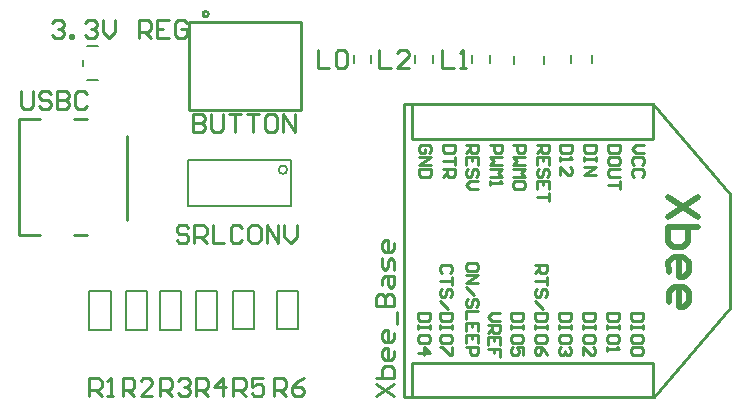
<source format=gto>
G04*
G04 #@! TF.GenerationSoftware,Altium Limited,CircuitMaker,2.2.1 (2.2.1.6)*
G04*
G04 Layer_Color=15132400*
%FSLAX42Y42*%
%MOMM*%
G71*
G04*
G04 #@! TF.SameCoordinates,5355ADBA-153D-489E-8AFD-21DFC59981DC*
G04*
G04*
G04 #@! TF.FilePolarity,Positive*
G04*
G01*
G75*
%ADD10C,0.20*%
%ADD11C,0.25*%
%ADD12C,0.20*%
%ADD13C,0.51*%
D10*
X4633Y10224D02*
G03*
X4633Y10224I-36J0D01*
G01*
X3796Y10305D02*
X4662D01*
X3796Y9914D02*
Y10305D01*
Y9914D02*
X4662D01*
Y10305D01*
X2942Y11267D02*
X3027D01*
X2942Y10983D02*
X3027D01*
X2903Y11098D02*
Y11152D01*
X4547Y8871D02*
Y9201D01*
X4724D01*
Y8871D02*
Y9201D01*
X4547Y8871D02*
X4724D01*
X3556Y8865D02*
X3734D01*
Y9195D01*
X3556D02*
X3734D01*
X3556Y8865D02*
Y9195D01*
X2959Y8865D02*
Y9195D01*
X3137D01*
Y8865D02*
Y9195D01*
X2959Y8865D02*
X3137D01*
X3264D02*
X3442D01*
Y9195D01*
X3264D02*
X3442D01*
X3264Y8865D02*
Y9195D01*
X3861Y8865D02*
X4039D01*
Y9195D01*
X3861D02*
X4039D01*
X3861Y8865D02*
Y9195D01*
X4178Y8871D02*
Y9201D01*
X4356D01*
Y8871D02*
Y9201D01*
X4178Y8871D02*
X4356D01*
D11*
X3965Y11541D02*
G03*
X3965Y11541I-23J0D01*
G01*
X3800Y10728D02*
Y11478D01*
X4750Y11016D02*
Y11391D01*
X3800Y11478D02*
X4750D01*
Y11391D02*
Y11478D01*
Y10728D02*
Y11016D01*
X3800Y10728D02*
X4750D01*
X5624Y8301D02*
Y10777D01*
X7732D01*
X8385Y9054D02*
Y10018D01*
X5687Y10485D02*
Y10777D01*
Y10485D02*
X7732D01*
Y10554D02*
Y10711D01*
Y10777D02*
X8385Y10018D01*
X7732Y10711D02*
Y10777D01*
Y10485D02*
Y10554D01*
X5624Y8301D02*
X7732D01*
X7737D02*
X8385Y9054D01*
X7732Y8301D02*
Y8590D01*
X5687Y8301D02*
Y8590D01*
X7732D01*
X2365Y9669D02*
Y10650D01*
X3275Y10510D02*
X3280Y9800D01*
X2365Y10650D02*
X2540D01*
X2830D02*
X2940D01*
X2365Y9669D02*
X2540D01*
X2830D02*
X2940D01*
X3797Y9728D02*
X3772Y9754D01*
X3721D01*
X3696Y9728D01*
Y9703D01*
X3721Y9677D01*
X3772D01*
X3797Y9652D01*
Y9627D01*
X3772Y9601D01*
X3721D01*
X3696Y9627D01*
X3848Y9601D02*
Y9754D01*
X3924D01*
X3950Y9728D01*
Y9677D01*
X3924Y9652D01*
X3848D01*
X3899D02*
X3950Y9601D01*
X4001Y9754D02*
Y9601D01*
X4102D01*
X4254Y9728D02*
X4229Y9754D01*
X4178D01*
X4153Y9728D01*
Y9627D01*
X4178Y9601D01*
X4229D01*
X4254Y9627D01*
X4381Y9754D02*
X4331D01*
X4305Y9728D01*
Y9627D01*
X4331Y9601D01*
X4381D01*
X4407Y9627D01*
Y9728D01*
X4381Y9754D01*
X4458Y9601D02*
Y9754D01*
X4559Y9601D01*
Y9754D01*
X4610D02*
Y9652D01*
X4661Y9601D01*
X4712Y9652D01*
Y9754D01*
X2642Y11468D02*
X2667Y11493D01*
X2718D01*
X2743Y11468D01*
Y11443D01*
X2718Y11417D01*
X2693D01*
X2718D01*
X2743Y11392D01*
Y11367D01*
X2718Y11341D01*
X2667D01*
X2642Y11367D01*
X2794Y11341D02*
Y11367D01*
X2820D01*
Y11341D01*
X2794D01*
X2921Y11468D02*
X2946Y11493D01*
X2997D01*
X3023Y11468D01*
Y11443D01*
X2997Y11417D01*
X2972D01*
X2997D01*
X3023Y11392D01*
Y11367D01*
X2997Y11341D01*
X2946D01*
X2921Y11367D01*
X3073Y11493D02*
Y11392D01*
X3124Y11341D01*
X3175Y11392D01*
Y11493D01*
X3378Y11341D02*
Y11493D01*
X3454D01*
X3480Y11468D01*
Y11417D01*
X3454Y11392D01*
X3378D01*
X3429D02*
X3480Y11341D01*
X3632Y11493D02*
X3530D01*
Y11341D01*
X3632D01*
X3530Y11417D02*
X3581D01*
X3784Y11468D02*
X3759Y11493D01*
X3708D01*
X3683Y11468D01*
Y11367D01*
X3708Y11341D01*
X3759D01*
X3784Y11367D01*
Y11417D01*
X3734D01*
X4890Y11239D02*
Y11087D01*
X4991D01*
X5042Y11214D02*
X5067Y11239D01*
X5118D01*
X5143Y11214D01*
Y11113D01*
X5118Y11087D01*
X5067D01*
X5042Y11113D01*
Y11214D01*
X5410Y11239D02*
Y11087D01*
X5512D01*
X5664D02*
X5563D01*
X5664Y11189D01*
Y11214D01*
X5639Y11239D01*
X5588D01*
X5563Y11214D01*
X3836Y10693D02*
Y10541D01*
X3912D01*
X3937Y10566D01*
Y10592D01*
X3912Y10617D01*
X3836D01*
X3912D01*
X3937Y10643D01*
Y10668D01*
X3912Y10693D01*
X3836D01*
X3988D02*
Y10566D01*
X4013Y10541D01*
X4064D01*
X4089Y10566D01*
Y10693D01*
X4140D02*
X4242D01*
X4191D01*
Y10541D01*
X4293Y10693D02*
X4394D01*
X4343D01*
Y10541D01*
X4521Y10693D02*
X4470D01*
X4445Y10668D01*
Y10566D01*
X4470Y10541D01*
X4521D01*
X4547Y10566D01*
Y10668D01*
X4521Y10693D01*
X4597Y10541D02*
Y10693D01*
X4699Y10541D01*
Y10693D01*
X4521Y8306D02*
Y8458D01*
X4597D01*
X4623Y8433D01*
Y8382D01*
X4597Y8357D01*
X4521D01*
X4572D02*
X4623Y8306D01*
X4775Y8458D02*
X4724Y8433D01*
X4674Y8382D01*
Y8331D01*
X4699Y8306D01*
X4750D01*
X4775Y8331D01*
Y8357D01*
X4750Y8382D01*
X4674D01*
X5385Y8306D02*
X5537Y8408D01*
X5385D02*
X5537Y8306D01*
X5385Y8458D02*
X5537D01*
Y8535D01*
X5512Y8560D01*
X5486D01*
X5461D01*
X5436Y8535D01*
Y8458D01*
X5537Y8687D02*
Y8636D01*
X5512Y8611D01*
X5461D01*
X5436Y8636D01*
Y8687D01*
X5461Y8712D01*
X5486D01*
Y8611D01*
X5537Y8839D02*
Y8788D01*
X5512Y8763D01*
X5461D01*
X5436Y8788D01*
Y8839D01*
X5461Y8865D01*
X5486D01*
Y8763D01*
X5563Y8915D02*
Y9017D01*
X5385Y9068D02*
X5537D01*
Y9144D01*
X5512Y9169D01*
X5486D01*
X5461Y9144D01*
Y9068D01*
Y9144D01*
X5436Y9169D01*
X5410D01*
X5385Y9144D01*
Y9068D01*
X5436Y9246D02*
Y9296D01*
X5461Y9322D01*
X5537D01*
Y9246D01*
X5512Y9220D01*
X5486Y9246D01*
Y9322D01*
X5537Y9372D02*
Y9449D01*
X5512Y9474D01*
X5486Y9449D01*
Y9398D01*
X5461Y9372D01*
X5436Y9398D01*
Y9474D01*
X5537Y9601D02*
Y9550D01*
X5512Y9525D01*
X5461D01*
X5436Y9550D01*
Y9601D01*
X5461Y9626D01*
X5486D01*
Y9525D01*
X7656Y10434D02*
X7588D01*
X7554Y10400D01*
X7588Y10367D01*
X7656D01*
X7639Y10265D02*
X7656Y10282D01*
Y10316D01*
X7639Y10333D01*
X7571D01*
X7554Y10316D01*
Y10282D01*
X7571Y10265D01*
X7639Y10163D02*
X7656Y10180D01*
Y10214D01*
X7639Y10231D01*
X7571D01*
X7554Y10214D01*
Y10180D01*
X7571Y10163D01*
X7452Y10434D02*
X7351D01*
Y10384D01*
X7368Y10367D01*
X7435D01*
X7452Y10384D01*
Y10434D01*
Y10282D02*
Y10316D01*
X7435Y10333D01*
X7368D01*
X7351Y10316D01*
Y10282D01*
X7368Y10265D01*
X7435D01*
X7452Y10282D01*
Y10231D02*
X7368D01*
X7351Y10214D01*
Y10180D01*
X7368Y10163D01*
X7452D01*
Y10130D02*
Y10062D01*
Y10096D01*
X7351D01*
X7046Y10434D02*
X6944D01*
Y10384D01*
X6961Y10367D01*
X7029D01*
X7046Y10384D01*
Y10434D01*
X6944Y10333D02*
Y10299D01*
Y10316D01*
X7046D01*
X7029Y10333D01*
X6944Y10180D02*
Y10248D01*
X7012Y10180D01*
X7029D01*
X7046Y10197D01*
Y10231D01*
X7029Y10248D01*
X7249Y10434D02*
X7148D01*
Y10384D01*
X7164Y10367D01*
X7232D01*
X7249Y10384D01*
Y10434D01*
Y10333D02*
Y10299D01*
Y10316D01*
X7148D01*
Y10333D01*
Y10299D01*
Y10248D02*
X7249D01*
X7148Y10180D01*
X7249D01*
X6347Y10434D02*
X6449D01*
Y10384D01*
X6432Y10367D01*
X6398D01*
X6381Y10384D01*
Y10434D01*
X6449Y10333D02*
X6347D01*
X6381Y10299D01*
X6347Y10265D01*
X6449D01*
X6347Y10231D02*
X6449D01*
X6415Y10197D01*
X6449Y10163D01*
X6347D01*
Y10130D02*
Y10096D01*
Y10113D01*
X6449D01*
X6432Y10130D01*
X6148Y10434D02*
X6250D01*
Y10384D01*
X6233Y10367D01*
X6199D01*
X6182Y10384D01*
Y10434D01*
Y10400D02*
X6148Y10367D01*
X6250Y10265D02*
Y10333D01*
X6148D01*
Y10265D01*
X6199Y10333D02*
Y10299D01*
X6233Y10163D02*
X6250Y10180D01*
Y10214D01*
X6233Y10231D01*
X6216D01*
X6199Y10214D01*
Y10180D01*
X6182Y10163D01*
X6165D01*
X6148Y10180D01*
Y10214D01*
X6165Y10231D01*
X6250Y10130D02*
X6182D01*
X6148Y10096D01*
X6182Y10062D01*
X6250D01*
X6546Y10434D02*
X6648D01*
Y10384D01*
X6631Y10367D01*
X6597D01*
X6580Y10384D01*
Y10434D01*
X6648Y10333D02*
X6546D01*
X6580Y10299D01*
X6546Y10265D01*
X6648D01*
X6546Y10231D02*
X6648D01*
X6614Y10197D01*
X6648Y10163D01*
X6546D01*
X6631Y10130D02*
X6648Y10113D01*
Y10079D01*
X6631Y10062D01*
X6563D01*
X6546Y10079D01*
Y10113D01*
X6563Y10130D01*
X6631D01*
X6745Y10434D02*
X6847D01*
Y10384D01*
X6830Y10367D01*
X6796D01*
X6779Y10384D01*
Y10434D01*
Y10400D02*
X6745Y10367D01*
X6847Y10265D02*
Y10333D01*
X6745D01*
Y10265D01*
X6796Y10333D02*
Y10299D01*
X6830Y10163D02*
X6847Y10180D01*
Y10214D01*
X6830Y10231D01*
X6813D01*
X6796Y10214D01*
Y10180D01*
X6779Y10163D01*
X6762D01*
X6745Y10180D01*
Y10214D01*
X6762Y10231D01*
X6847Y10062D02*
Y10130D01*
X6745D01*
Y10062D01*
X6796Y10130D02*
Y10096D01*
X6847Y10028D02*
Y9960D01*
Y9994D01*
X6745D01*
X6051Y10434D02*
X5950D01*
Y10384D01*
X5966Y10367D01*
X6034D01*
X6051Y10384D01*
Y10434D01*
Y10333D02*
Y10265D01*
Y10299D01*
X5950D01*
Y10231D02*
X6051D01*
Y10180D01*
X6034Y10163D01*
X6000D01*
X5983Y10180D01*
Y10231D01*
Y10197D02*
X5950Y10163D01*
X5835Y10367D02*
X5852Y10384D01*
Y10417D01*
X5835Y10434D01*
X5767D01*
X5751Y10417D01*
Y10384D01*
X5767Y10367D01*
X5801D01*
Y10400D01*
X5751Y10333D02*
X5852D01*
X5751Y10265D01*
X5852D01*
Y10231D02*
X5751D01*
Y10180D01*
X5767Y10163D01*
X5835D01*
X5852Y10180D01*
Y10231D01*
X5839Y9012D02*
X5738D01*
Y8961D01*
X5755Y8944D01*
X5822D01*
X5839Y8961D01*
Y9012D01*
Y8910D02*
Y8876D01*
Y8893D01*
X5738D01*
Y8910D01*
Y8876D01*
X5839Y8775D02*
Y8809D01*
X5822Y8826D01*
X5755D01*
X5738Y8809D01*
Y8775D01*
X5755Y8758D01*
X5822D01*
X5839Y8775D01*
X5738Y8673D02*
X5839D01*
X5789Y8724D01*
Y8656D01*
X6013Y9351D02*
X6030Y9368D01*
Y9401D01*
X6013Y9418D01*
X5945D01*
X5928Y9401D01*
Y9368D01*
X5945Y9351D01*
X6030Y9317D02*
Y9249D01*
Y9283D01*
X5928D01*
X6013Y9147D02*
X6030Y9164D01*
Y9198D01*
X6013Y9215D01*
X5996D01*
X5979Y9198D01*
Y9164D01*
X5962Y9147D01*
X5945D01*
X5928Y9164D01*
Y9198D01*
X5945Y9215D01*
X5928Y9114D02*
X5996Y9046D01*
X6030Y9012D02*
X5928D01*
Y8961D01*
X5945Y8944D01*
X6013D01*
X6030Y8961D01*
Y9012D01*
Y8910D02*
Y8877D01*
Y8894D01*
X5928D01*
Y8910D01*
Y8877D01*
X6030Y8775D02*
Y8809D01*
X6013Y8826D01*
X5945D01*
X5928Y8809D01*
Y8775D01*
X5945Y8758D01*
X6013D01*
X6030Y8775D01*
Y8724D02*
Y8657D01*
X6013D01*
X5945Y8724D01*
X5928D01*
X6728Y9418D02*
X6830D01*
Y9368D01*
X6813Y9351D01*
X6779D01*
X6762Y9368D01*
Y9418D01*
Y9384D02*
X6728Y9351D01*
X6830Y9317D02*
Y9249D01*
Y9283D01*
X6728D01*
X6813Y9147D02*
X6830Y9164D01*
Y9198D01*
X6813Y9215D01*
X6796D01*
X6779Y9198D01*
Y9164D01*
X6762Y9147D01*
X6745D01*
X6728Y9164D01*
Y9198D01*
X6745Y9215D01*
X6728Y9114D02*
X6796Y9046D01*
X6830Y9012D02*
X6728D01*
Y8961D01*
X6745Y8944D01*
X6813D01*
X6830Y8961D01*
Y9012D01*
Y8910D02*
Y8877D01*
Y8894D01*
X6728D01*
Y8910D01*
Y8877D01*
X6830Y8775D02*
Y8809D01*
X6813Y8826D01*
X6745D01*
X6728Y8809D01*
Y8775D01*
X6745Y8758D01*
X6813D01*
X6830Y8775D01*
Y8657D02*
X6813Y8690D01*
X6779Y8724D01*
X6745D01*
X6728Y8707D01*
Y8673D01*
X6745Y8657D01*
X6762D01*
X6779Y8673D01*
Y8724D01*
X6627Y9012D02*
X6525D01*
Y8961D01*
X6542Y8944D01*
X6610D01*
X6627Y8961D01*
Y9012D01*
Y8910D02*
Y8876D01*
Y8893D01*
X6525D01*
Y8910D01*
Y8876D01*
X6627Y8775D02*
Y8809D01*
X6610Y8826D01*
X6542D01*
X6525Y8809D01*
Y8775D01*
X6542Y8758D01*
X6610D01*
X6627Y8775D01*
Y8656D02*
Y8724D01*
X6576D01*
X6593Y8690D01*
Y8673D01*
X6576Y8656D01*
X6542D01*
X6525Y8673D01*
Y8707D01*
X6542Y8724D01*
X6246Y9380D02*
Y9414D01*
X6229Y9431D01*
X6161D01*
X6144Y9414D01*
Y9380D01*
X6161Y9363D01*
X6229D01*
X6246Y9380D01*
X6144Y9329D02*
X6246D01*
X6144Y9262D01*
X6246D01*
X6144Y9228D02*
X6212Y9160D01*
X6229Y9059D02*
X6246Y9076D01*
Y9109D01*
X6229Y9126D01*
X6212D01*
X6195Y9109D01*
Y9076D01*
X6178Y9059D01*
X6161D01*
X6144Y9076D01*
Y9109D01*
X6161Y9126D01*
X6246Y9025D02*
X6144D01*
Y8957D01*
X6246Y8855D02*
Y8923D01*
X6144D01*
Y8855D01*
X6195Y8923D02*
Y8889D01*
X6246Y8754D02*
Y8822D01*
X6144D01*
Y8754D01*
X6195Y8822D02*
Y8788D01*
X6144Y8720D02*
X6246D01*
Y8669D01*
X6229Y8652D01*
X6195D01*
X6178Y8669D01*
Y8720D01*
X6436Y9012D02*
X6369D01*
X6335Y8978D01*
X6369Y8944D01*
X6436D01*
X6335Y8910D02*
X6436D01*
Y8860D01*
X6419Y8843D01*
X6386D01*
X6369Y8860D01*
Y8910D01*
Y8876D02*
X6335Y8843D01*
X6436Y8741D02*
Y8809D01*
X6335D01*
Y8741D01*
X6386Y8809D02*
Y8775D01*
X6436Y8640D02*
Y8707D01*
X6386D01*
Y8673D01*
Y8707D01*
X6335D01*
X7236Y9012D02*
X7135D01*
Y8961D01*
X7152Y8944D01*
X7219D01*
X7236Y8961D01*
Y9012D01*
Y8910D02*
Y8876D01*
Y8893D01*
X7135D01*
Y8910D01*
Y8876D01*
X7236Y8775D02*
Y8809D01*
X7219Y8826D01*
X7152D01*
X7135Y8809D01*
Y8775D01*
X7152Y8758D01*
X7219D01*
X7236Y8775D01*
X7135Y8656D02*
Y8724D01*
X7203Y8656D01*
X7219D01*
X7236Y8673D01*
Y8707D01*
X7219Y8724D01*
X7033Y9012D02*
X6932D01*
Y8961D01*
X6949Y8944D01*
X7016D01*
X7033Y8961D01*
Y9012D01*
Y8910D02*
Y8876D01*
Y8893D01*
X6932D01*
Y8910D01*
Y8876D01*
X7033Y8775D02*
Y8809D01*
X7016Y8826D01*
X6949D01*
X6932Y8809D01*
Y8775D01*
X6949Y8758D01*
X7016D01*
X7033Y8775D01*
X7016Y8724D02*
X7033Y8707D01*
Y8673D01*
X7016Y8656D01*
X6999D01*
X6982Y8673D01*
Y8690D01*
Y8673D01*
X6966Y8656D01*
X6949D01*
X6932Y8673D01*
Y8707D01*
X6949Y8724D01*
X7440Y9012D02*
X7338D01*
Y8961D01*
X7355Y8944D01*
X7423D01*
X7440Y8961D01*
Y9012D01*
Y8910D02*
Y8876D01*
Y8893D01*
X7338D01*
Y8910D01*
Y8876D01*
X7440Y8775D02*
Y8809D01*
X7423Y8826D01*
X7355D01*
X7338Y8809D01*
Y8775D01*
X7355Y8758D01*
X7423D01*
X7440Y8775D01*
X7338Y8724D02*
Y8690D01*
Y8707D01*
X7440D01*
X7423Y8724D01*
X7643Y9012D02*
X7541D01*
Y8961D01*
X7558Y8944D01*
X7626D01*
X7643Y8961D01*
Y9012D01*
Y8910D02*
Y8876D01*
Y8893D01*
X7541D01*
Y8910D01*
Y8876D01*
X7643Y8775D02*
Y8809D01*
X7626Y8826D01*
X7558D01*
X7541Y8809D01*
Y8775D01*
X7558Y8758D01*
X7626D01*
X7643Y8775D01*
X7626Y8724D02*
X7643Y8707D01*
Y8673D01*
X7626Y8656D01*
X7558D01*
X7541Y8673D01*
Y8707D01*
X7558Y8724D01*
X7626D01*
X2377Y10891D02*
Y10765D01*
X2403Y10739D01*
X2454D01*
X2479Y10765D01*
Y10891D01*
X2631Y10866D02*
X2606Y10891D01*
X2555D01*
X2530Y10866D01*
Y10841D01*
X2555Y10815D01*
X2606D01*
X2631Y10790D01*
Y10765D01*
X2606Y10739D01*
X2555D01*
X2530Y10765D01*
X2682Y10891D02*
Y10739D01*
X2758D01*
X2784Y10765D01*
Y10790D01*
X2758Y10815D01*
X2682D01*
X2758D01*
X2784Y10841D01*
Y10866D01*
X2758Y10891D01*
X2682D01*
X2936Y10866D02*
X2911Y10891D01*
X2860D01*
X2834Y10866D01*
Y10765D01*
X2860Y10739D01*
X2911D01*
X2936Y10765D01*
X3556Y8306D02*
Y8458D01*
X3632D01*
X3658Y8433D01*
Y8382D01*
X3632Y8357D01*
X3556D01*
X3607D02*
X3658Y8306D01*
X3708Y8433D02*
X3734Y8458D01*
X3785D01*
X3810Y8433D01*
Y8407D01*
X3785Y8382D01*
X3759D01*
X3785D01*
X3810Y8357D01*
Y8331D01*
X3785Y8306D01*
X3734D01*
X3708Y8331D01*
X2959Y8306D02*
Y8458D01*
X3035D01*
X3061Y8433D01*
Y8382D01*
X3035Y8357D01*
X2959D01*
X3010D02*
X3061Y8306D01*
X3111D02*
X3162D01*
X3137D01*
Y8458D01*
X3111Y8433D01*
X3239Y8306D02*
Y8458D01*
X3315D01*
X3340Y8433D01*
Y8382D01*
X3315Y8357D01*
X3239D01*
X3289D02*
X3340Y8306D01*
X3492D02*
X3391D01*
X3492Y8407D01*
Y8433D01*
X3467Y8458D01*
X3416D01*
X3391Y8433D01*
X3861Y8306D02*
Y8458D01*
X3937D01*
X3962Y8433D01*
Y8382D01*
X3937Y8357D01*
X3861D01*
X3912D02*
X3962Y8306D01*
X4089D02*
Y8458D01*
X4013Y8382D01*
X4115D01*
X4178Y8306D02*
Y8458D01*
X4255D01*
X4280Y8433D01*
Y8382D01*
X4255Y8357D01*
X4178D01*
X4229D02*
X4280Y8306D01*
X4432Y8458D02*
X4331D01*
Y8382D01*
X4381Y8407D01*
X4407D01*
X4432Y8382D01*
Y8331D01*
X4407Y8306D01*
X4356D01*
X4331Y8331D01*
X5944Y11239D02*
Y11087D01*
X6045D01*
X6096D02*
X6147D01*
X6121D01*
Y11239D01*
X6096Y11214D01*
D12*
X5346Y11125D02*
Y11195D01*
X5196Y11125D02*
Y11195D01*
X5866Y11128D02*
Y11198D01*
X5716Y11128D02*
Y11198D01*
X6550Y11116D02*
Y11186D01*
X6810Y11116D02*
Y11186D01*
X7040Y11128D02*
Y11198D01*
X7210Y11128D02*
Y11198D01*
X6349Y11128D02*
Y11198D01*
X6199Y11128D02*
Y11198D01*
D13*
X8113Y9991D02*
X7860Y9821D01*
X8114Y9822D02*
X7859Y9990D01*
X8114Y9737D02*
X7860Y9736D01*
X7861Y9609D01*
X7903Y9567D01*
X7945Y9567D01*
X7988Y9567D01*
X8030Y9610D01*
X8029Y9737D01*
X7862Y9355D02*
X7861Y9440D01*
X7904Y9482D01*
X7988Y9483D01*
X8031Y9441D01*
X8031Y9356D01*
X7989Y9313D01*
X7947Y9313D01*
X7946Y9482D01*
X7863Y9101D02*
X7863Y9186D01*
X7905Y9228D01*
X7989Y9229D01*
X8032Y9187D01*
X8032Y9102D01*
X7990Y9059D01*
X7948Y9059D01*
X7947Y9228D01*
M02*

</source>
